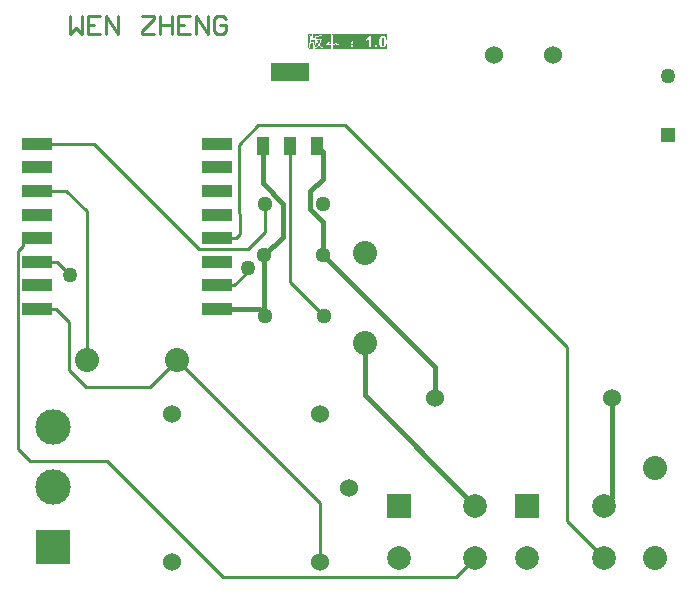
<source format=gtl>
G04 Layer_Physical_Order=1*
G04 Layer_Color=255*
%FSLAX24Y24*%
%MOIN*%
G70*
G01*
G75*
%ADD10R,0.0394X0.0591*%
%ADD11R,0.1299X0.0610*%
%ADD12R,0.0984X0.0394*%
%ADD13C,0.0150*%
%ADD14C,0.0100*%
%ADD15R,0.0500X0.0500*%
%ADD16C,0.0500*%
%ADD17C,0.1181*%
%ADD18R,0.1181X0.1181*%
%ADD19C,0.0512*%
%ADD20C,0.0787*%
%ADD21R,0.0787X0.0787*%
%ADD22C,0.0600*%
%ADD23C,0.0800*%
G36*
X13149Y18625D02*
X13154Y18624D01*
X13158Y18622D01*
X13161Y18621D01*
X13164Y18619D01*
X13166Y18618D01*
X13167Y18617D01*
X13167Y18616D01*
X13171Y18612D01*
X13174Y18607D01*
X13177Y18602D01*
X13180Y18596D01*
X13181Y18591D01*
X13183Y18586D01*
X13184Y18584D01*
X13184Y18583D01*
Y18582D01*
X13185Y18578D01*
X13186Y18571D01*
X13187Y18564D01*
X13189Y18557D01*
X13190Y18542D01*
X13190Y18526D01*
X13191Y18519D01*
Y18512D01*
X13191Y18506D01*
Y18500D01*
Y18496D01*
Y18492D01*
Y18490D01*
Y18489D01*
Y18477D01*
X13191Y18465D01*
Y18455D01*
X13190Y18445D01*
X13190Y18437D01*
X13189Y18429D01*
X13188Y18422D01*
X13187Y18415D01*
X13187Y18410D01*
X13186Y18405D01*
X13185Y18402D01*
X13185Y18398D01*
X13184Y18396D01*
Y18394D01*
X13184Y18393D01*
Y18393D01*
X13181Y18385D01*
X13179Y18379D01*
X13176Y18373D01*
X13174Y18369D01*
X13171Y18366D01*
X13169Y18364D01*
X13168Y18363D01*
X13167Y18362D01*
X13164Y18359D01*
X13160Y18357D01*
X13156Y18356D01*
X13152Y18355D01*
X13149Y18354D01*
X13146Y18354D01*
X13144D01*
X13139Y18354D01*
X13135Y18355D01*
X13131Y18357D01*
X13128Y18358D01*
X13125Y18359D01*
X13123Y18361D01*
X13121Y18362D01*
X13121Y18362D01*
X13118Y18366D01*
X13114Y18371D01*
X13111Y18377D01*
X13109Y18382D01*
X13107Y18387D01*
X13105Y18392D01*
X13105Y18394D01*
X13104Y18395D01*
X13103Y18401D01*
X13102Y18407D01*
X13101Y18414D01*
X13100Y18421D01*
X13099Y18437D01*
X13099Y18452D01*
X13098Y18459D01*
Y18467D01*
X13098Y18473D01*
Y18478D01*
Y18483D01*
Y18486D01*
Y18489D01*
Y18489D01*
Y18501D01*
X13098Y18513D01*
Y18523D01*
X13099Y18533D01*
X13099Y18541D01*
X13100Y18550D01*
X13100Y18556D01*
X13101Y18563D01*
X13102Y18569D01*
X13103Y18573D01*
X13103Y18577D01*
X13104Y18580D01*
X13104Y18582D01*
Y18585D01*
X13105Y18585D01*
Y18586D01*
X13107Y18594D01*
X13110Y18600D01*
X13112Y18605D01*
X13115Y18610D01*
X13117Y18612D01*
X13119Y18615D01*
X13120Y18616D01*
X13120Y18616D01*
X13124Y18619D01*
X13129Y18621D01*
X13133Y18623D01*
X13136Y18624D01*
X13139Y18625D01*
X13142Y18625D01*
X13144D01*
X13149Y18625D01*
D02*
G37*
G36*
X11422Y18730D02*
Y18717D01*
X11423Y18705D01*
Y18693D01*
X11423Y18683D01*
Y18673D01*
Y18664D01*
X11424Y18655D01*
Y18647D01*
Y18641D01*
Y18635D01*
Y18630D01*
Y18626D01*
Y18623D01*
Y18621D01*
Y18621D01*
X11216D01*
X11238Y18591D01*
X11248Y18594D01*
X11257Y18595D01*
X11266Y18596D01*
X11273Y18597D01*
X11280D01*
X11285Y18598D01*
X11405D01*
X11391Y18569D01*
X11375Y18540D01*
X11359Y18514D01*
X11343Y18490D01*
X11325Y18467D01*
X11308Y18446D01*
X11291Y18427D01*
X11274Y18409D01*
X11259Y18394D01*
X11244Y18380D01*
X11231Y18369D01*
X11219Y18359D01*
X11215Y18355D01*
X11211Y18352D01*
X11207Y18349D01*
X11203Y18347D01*
X11201Y18344D01*
X11199Y18343D01*
X11198Y18343D01*
X11197Y18342D01*
X11201Y18327D01*
X11229Y18342D01*
X11255Y18359D01*
X11279Y18377D01*
X11301Y18396D01*
X11321Y18415D01*
X11339Y18435D01*
X11355Y18455D01*
X11370Y18474D01*
X11383Y18492D01*
X11394Y18509D01*
X11403Y18524D01*
X11407Y18531D01*
X11410Y18537D01*
X11414Y18543D01*
X11416Y18548D01*
X11419Y18553D01*
X11420Y18556D01*
X11422Y18559D01*
X11423Y18561D01*
X11424Y18563D01*
Y18393D01*
X11302D01*
X11322Y18365D01*
X11343Y18370D01*
X11424D01*
Y18364D01*
Y18356D01*
Y18347D01*
X11423Y18338D01*
Y18328D01*
Y18317D01*
X11423Y18296D01*
Y18286D01*
X11422Y18277D01*
Y18268D01*
Y18260D01*
X11421Y18253D01*
Y18249D01*
Y18246D01*
Y18245D01*
Y18245D01*
X10659D01*
Y18743D01*
X11421D01*
X11422Y18730D01*
D02*
G37*
G36*
X13269Y18489D02*
X13269Y18509D01*
X13267Y18528D01*
X13266Y18544D01*
X13263Y18560D01*
X13260Y18574D01*
X13257Y18587D01*
X13254Y18599D01*
X13250Y18609D01*
X13247Y18618D01*
X13244Y18625D01*
X13240Y18632D01*
X13237Y18637D01*
X13235Y18641D01*
X13233Y18644D01*
X13232Y18646D01*
X13231Y18646D01*
X13225Y18654D01*
X13219Y18660D01*
X13211Y18665D01*
X13204Y18670D01*
X13197Y18674D01*
X13190Y18676D01*
X13183Y18679D01*
X13176Y18681D01*
X13169Y18683D01*
X13164Y18684D01*
X13158Y18685D01*
X13154Y18686D01*
X13150Y18686D01*
X13144D01*
X13134Y18686D01*
X13125Y18685D01*
X13115Y18682D01*
X13107Y18680D01*
X13099Y18677D01*
X13092Y18674D01*
X13086Y18670D01*
X13080Y18666D01*
X13075Y18662D01*
X13070Y18659D01*
X13066Y18656D01*
X13063Y18652D01*
X13060Y18650D01*
X13059Y18648D01*
X13058Y18647D01*
X13057Y18646D01*
X13050Y18637D01*
X13045Y18626D01*
X13040Y18614D01*
X13035Y18602D01*
X13032Y18589D01*
X13029Y18576D01*
X13027Y18563D01*
X13024Y18550D01*
X13023Y18538D01*
X13022Y18527D01*
X13021Y18516D01*
X13020Y18508D01*
X13020Y18500D01*
Y18495D01*
Y18493D01*
Y18491D01*
Y18490D01*
Y18490D01*
X13020Y18470D01*
X13022Y18452D01*
X13023Y18434D01*
X13025Y18419D01*
X13028Y18405D01*
X13030Y18392D01*
X13034Y18381D01*
X13037Y18371D01*
X13040Y18363D01*
X13043Y18355D01*
X13046Y18349D01*
X13049Y18344D01*
X13050Y18341D01*
X13052Y18338D01*
X13053Y18336D01*
X13054Y18336D01*
X13060Y18328D01*
X13068Y18322D01*
X13075Y18316D01*
X13083Y18311D01*
X13090Y18307D01*
X13098Y18303D01*
X13105Y18301D01*
X13112Y18298D01*
X13119Y18296D01*
X13125Y18295D01*
X13130Y18294D01*
X13135Y18293D01*
X13139D01*
X13142Y18293D01*
X13144D01*
X13154Y18293D01*
X13164Y18294D01*
X13173Y18297D01*
X13181Y18299D01*
X13189Y18302D01*
X13196Y18305D01*
X13202Y18309D01*
X13209Y18313D01*
X13214Y18316D01*
X13219Y18320D01*
X13222Y18323D01*
X13226Y18326D01*
X13228Y18328D01*
X13230Y18331D01*
X13231Y18332D01*
X13231Y18332D01*
X13238Y18342D01*
X13244Y18353D01*
X13249Y18364D01*
X13253Y18377D01*
X13257Y18390D01*
X13260Y18403D01*
X13262Y18416D01*
X13265Y18429D01*
X13266Y18441D01*
X13267Y18452D01*
X13268Y18463D01*
X13269Y18471D01*
X13269Y18479D01*
Y18245D01*
X11421D01*
X11468Y18259D01*
X11467Y18267D01*
Y18276D01*
X11466Y18294D01*
X11466Y18312D01*
Y18330D01*
X11465Y18338D01*
Y18346D01*
Y18353D01*
Y18358D01*
Y18363D01*
Y18367D01*
Y18369D01*
Y18370D01*
X11589D01*
X11546Y18418D01*
X11519Y18393D01*
X11465D01*
Y18598D01*
X11466D01*
X11471Y18582D01*
X11477Y18567D01*
X11483Y18552D01*
X11489Y18538D01*
X11496Y18524D01*
X11502Y18511D01*
X11516Y18486D01*
X11531Y18464D01*
X11545Y18444D01*
X11560Y18425D01*
X11574Y18410D01*
X11587Y18395D01*
X11600Y18384D01*
X11611Y18373D01*
X11621Y18365D01*
X11629Y18359D01*
X11632Y18357D01*
X11635Y18354D01*
X11637Y18353D01*
X11639Y18352D01*
X11640Y18351D01*
X11640D01*
X11642Y18355D01*
X11644Y18359D01*
X11647Y18362D01*
X11650Y18364D01*
X11658Y18369D01*
X11666Y18372D01*
X11674Y18374D01*
X11681Y18375D01*
X11683D01*
X11686Y18376D01*
X11687D01*
Y18393D01*
X11675Y18398D01*
X11663Y18403D01*
X11651Y18408D01*
X11640Y18414D01*
X11618Y18428D01*
X11599Y18444D01*
X11581Y18460D01*
X11564Y18477D01*
X11549Y18495D01*
X11536Y18512D01*
X11524Y18529D01*
X11514Y18545D01*
X11505Y18559D01*
X11499Y18572D01*
X11495Y18578D01*
X11493Y18583D01*
X11491Y18587D01*
X11489Y18591D01*
X11488Y18594D01*
X11486Y18596D01*
X11486Y18597D01*
Y18598D01*
X11675D01*
X11628Y18650D01*
X11597Y18621D01*
X11465D01*
Y18693D01*
X11486Y18713D01*
X11421Y18743D01*
X13269D01*
Y18489D01*
D02*
G37*
%LPC*%
G36*
X10777Y18741D02*
X10777Y18731D01*
Y18720D01*
X10778Y18707D01*
Y18695D01*
X10778Y18668D01*
Y18655D01*
X10779Y18642D01*
Y18629D01*
Y18617D01*
Y18607D01*
Y18598D01*
Y18590D01*
Y18585D01*
Y18582D01*
Y18581D01*
Y18580D01*
Y18580D01*
X10737D01*
Y18660D01*
X10753Y18679D01*
X10697Y18706D01*
X10697Y18696D01*
Y18686D01*
X10698Y18675D01*
X10698Y18663D01*
Y18639D01*
X10699Y18615D01*
Y18604D01*
X10699Y18594D01*
Y18585D01*
Y18576D01*
Y18570D01*
Y18565D01*
Y18561D01*
Y18561D01*
Y18560D01*
Y18543D01*
Y18525D01*
Y18509D01*
X10699Y18494D01*
X10698Y18479D01*
X10698Y18466D01*
X10697Y18454D01*
X10697Y18443D01*
X10696Y18433D01*
X10696Y18424D01*
X10695Y18416D01*
X10694Y18410D01*
X10694Y18405D01*
Y18401D01*
X10693Y18399D01*
Y18398D01*
X10690Y18374D01*
X10685Y18349D01*
X10679Y18326D01*
X10677Y18314D01*
X10674Y18303D01*
X10671Y18293D01*
X10668Y18284D01*
X10666Y18276D01*
X10664Y18269D01*
X10662Y18263D01*
X10661Y18259D01*
X10660Y18257D01*
X10659Y18256D01*
X10675Y18248D01*
X10685Y18265D01*
X10694Y18282D01*
X10702Y18299D01*
X10709Y18317D01*
X10714Y18334D01*
X10719Y18352D01*
X10724Y18368D01*
X10727Y18384D01*
X10730Y18399D01*
X10732Y18413D01*
X10733Y18425D01*
X10734Y18435D01*
X10735Y18444D01*
Y18448D01*
X10736Y18450D01*
Y18453D01*
Y18455D01*
Y18455D01*
Y18456D01*
X10799D01*
Y18286D01*
X10833Y18299D01*
X10830Y18293D01*
X10826Y18284D01*
X10822Y18277D01*
X10819Y18271D01*
X10815Y18266D01*
X10813Y18262D01*
X10812Y18260D01*
X10812Y18259D01*
X10823Y18248D01*
X10832Y18258D01*
X10840Y18268D01*
X10855Y18289D01*
X10869Y18313D01*
X10880Y18338D01*
X10890Y18363D01*
X10898Y18388D01*
X10904Y18414D01*
X10909Y18438D01*
X10913Y18462D01*
X10916Y18484D01*
X10918Y18494D01*
X10919Y18503D01*
X10919Y18513D01*
X10920Y18521D01*
X10920Y18528D01*
X10921Y18535D01*
Y18541D01*
X10921Y18546D01*
Y18550D01*
Y18553D01*
Y18554D01*
Y18555D01*
X10936D01*
X10939Y18534D01*
X10942Y18515D01*
X10946Y18498D01*
X10950Y18481D01*
X10954Y18465D01*
X10959Y18451D01*
X10963Y18438D01*
X10967Y18427D01*
X10971Y18417D01*
X10976Y18408D01*
X10979Y18400D01*
X10982Y18394D01*
X10985Y18389D01*
X10987Y18386D01*
X10988Y18384D01*
X10989Y18383D01*
X10978Y18371D01*
X10967Y18359D01*
X10956Y18348D01*
X10946Y18338D01*
X10935Y18328D01*
X10924Y18319D01*
X10914Y18311D01*
X10904Y18303D01*
X10895Y18296D01*
X10887Y18290D01*
X10880Y18285D01*
X10873Y18281D01*
X10868Y18277D01*
X10864Y18275D01*
X10862Y18273D01*
X10861Y18273D01*
X10865Y18257D01*
X10881Y18263D01*
X10897Y18271D01*
X10911Y18278D01*
X10925Y18287D01*
X10938Y18295D01*
X10950Y18303D01*
X10961Y18312D01*
X10971Y18319D01*
X10980Y18327D01*
X10988Y18334D01*
X10995Y18341D01*
X11000Y18346D01*
X11005Y18351D01*
X11007Y18354D01*
X11010Y18357D01*
X11010Y18357D01*
X11019Y18347D01*
X11027Y18337D01*
X11036Y18327D01*
X11044Y18318D01*
X11052Y18310D01*
X11061Y18303D01*
X11068Y18296D01*
X11076Y18289D01*
X11083Y18284D01*
X11089Y18279D01*
X11095Y18275D01*
X11099Y18271D01*
X11103Y18268D01*
X11106Y18267D01*
X11108Y18266D01*
X11108Y18265D01*
X11112Y18269D01*
X11116Y18273D01*
X11119Y18276D01*
X11123Y18279D01*
X11131Y18283D01*
X11138Y18284D01*
X11144Y18286D01*
X11149Y18286D01*
X11152Y18286D01*
X11153D01*
Y18302D01*
X11141Y18307D01*
X11128Y18312D01*
X11116Y18318D01*
X11105Y18325D01*
X11094Y18332D01*
X11083Y18338D01*
X11074Y18345D01*
X11066Y18352D01*
X11058Y18358D01*
X11051Y18364D01*
X11045Y18369D01*
X11040Y18374D01*
X11036Y18378D01*
X11032Y18380D01*
X11031Y18383D01*
X11030Y18383D01*
X11038Y18393D01*
X11045Y18405D01*
X11052Y18417D01*
X11058Y18430D01*
X11070Y18457D01*
X11076Y18470D01*
X11080Y18484D01*
X11085Y18496D01*
X11088Y18508D01*
X11092Y18519D01*
X11095Y18528D01*
X11097Y18535D01*
X11098Y18541D01*
X11099Y18543D01*
Y18545D01*
X11100Y18545D01*
Y18546D01*
X11123Y18558D01*
X11086Y18599D01*
X11063Y18578D01*
X10921D01*
Y18648D01*
X10933Y18650D01*
X10944Y18652D01*
X10955Y18654D01*
X10965Y18655D01*
X10974Y18657D01*
X10982Y18659D01*
X10999Y18661D01*
X11013Y18664D01*
X11025Y18665D01*
X11035Y18667D01*
X11044Y18669D01*
X11052Y18670D01*
X11057Y18670D01*
X11062Y18671D01*
X11066Y18672D01*
X11068D01*
X11070Y18672D01*
X11071D01*
X11088Y18675D01*
X11096Y18675D01*
X11102D01*
X11108Y18676D01*
X11117D01*
X11083Y18728D01*
X11075Y18722D01*
X11065Y18716D01*
X11054Y18711D01*
X11041Y18706D01*
X11027Y18701D01*
X11014Y18696D01*
X10986Y18687D01*
X10972Y18684D01*
X10959Y18680D01*
X10948Y18677D01*
X10938Y18675D01*
X10929Y18673D01*
X10925Y18672D01*
X10923Y18671D01*
X10920Y18671D01*
X10919D01*
X10918Y18670D01*
X10917D01*
X10881Y18685D01*
X10882Y18657D01*
X10883Y18644D01*
Y18631D01*
X10883Y18619D01*
Y18607D01*
Y18596D01*
X10884Y18586D01*
Y18578D01*
Y18569D01*
Y18562D01*
Y18558D01*
X10884Y18557D01*
X10884D01*
Y18558D01*
X10848Y18601D01*
X10825Y18580D01*
X10814D01*
Y18697D01*
X10831Y18715D01*
X10777Y18741D01*
D02*
G37*
%LPD*%
G36*
X11058Y18539D02*
X11054Y18524D01*
X11049Y18510D01*
X11045Y18496D01*
X11040Y18484D01*
X11035Y18472D01*
X11031Y18461D01*
X11027Y18451D01*
X11023Y18442D01*
X11019Y18434D01*
X11016Y18428D01*
X11014Y18422D01*
X11011Y18418D01*
X11010Y18414D01*
X11009Y18412D01*
X11008Y18412D01*
X11002Y18420D01*
X10997Y18431D01*
X10992Y18442D01*
X10987Y18453D01*
X10979Y18477D01*
X10971Y18500D01*
X10968Y18511D01*
X10965Y18521D01*
X10962Y18531D01*
X10960Y18539D01*
X10959Y18545D01*
X10957Y18550D01*
X10956Y18554D01*
Y18555D01*
X11062D01*
X11058Y18539D01*
D02*
G37*
G36*
X10884Y18556D02*
Y18551D01*
Y18548D01*
Y18545D01*
Y18545D01*
X10883Y18520D01*
X10881Y18495D01*
X10879Y18471D01*
X10878Y18460D01*
X10876Y18450D01*
X10875Y18440D01*
X10874Y18430D01*
X10873Y18423D01*
X10871Y18416D01*
X10870Y18410D01*
X10870Y18406D01*
X10869Y18404D01*
Y18403D01*
X10866Y18388D01*
X10863Y18374D01*
X10859Y18361D01*
X10854Y18348D01*
X10849Y18335D01*
X10845Y18323D01*
X10840Y18312D01*
X10839Y18310D01*
X10839Y18302D01*
X10833Y18299D01*
X10835Y18302D01*
X10839Y18310D01*
Y18320D01*
X10838Y18331D01*
Y18342D01*
X10838Y18366D01*
Y18390D01*
X10837Y18402D01*
Y18413D01*
Y18423D01*
Y18431D01*
Y18438D01*
Y18444D01*
Y18445D01*
Y18447D01*
Y18448D01*
Y18448D01*
X10856Y18462D01*
X10821Y18498D01*
X10800Y18479D01*
X10737D01*
Y18557D01*
X10884D01*
Y18556D01*
D02*
G37*
%LPC*%
G36*
X12760Y18686D02*
X12700D01*
X12695Y18674D01*
X12687Y18662D01*
X12680Y18651D01*
X12672Y18642D01*
X12665Y18635D01*
X12659Y18629D01*
X12657Y18627D01*
X12655Y18625D01*
X12654Y18625D01*
X12654Y18624D01*
X12641Y18615D01*
X12630Y18607D01*
X12619Y18601D01*
X12610Y18597D01*
X12602Y18594D01*
X12596Y18591D01*
X12594Y18590D01*
X12593Y18590D01*
X12592Y18589D01*
X12591D01*
Y18523D01*
X12611Y18530D01*
X12629Y18539D01*
X12637Y18543D01*
X12645Y18548D01*
X12652Y18553D01*
X12659Y18557D01*
X12665Y18561D01*
X12671Y18565D01*
X12675Y18569D01*
X12679Y18572D01*
X12682Y18575D01*
X12685Y18576D01*
X12686Y18578D01*
X12686Y18578D01*
Y18300D01*
X12760D01*
Y18686D01*
D02*
G37*
G36*
X12122Y18374D02*
X12120D01*
X12115Y18374D01*
X12111Y18373D01*
X12102Y18370D01*
X12098Y18368D01*
X12095Y18367D01*
X12093Y18366D01*
X12092Y18365D01*
X12087Y18362D01*
X12084Y18357D01*
X12081Y18352D01*
X12080Y18346D01*
X12079Y18341D01*
X12078Y18337D01*
Y18334D01*
Y18334D01*
Y18333D01*
X12079Y18325D01*
X12081Y18318D01*
X12084Y18313D01*
X12087Y18308D01*
X12090Y18305D01*
X12092Y18302D01*
X12095Y18301D01*
X12095Y18301D01*
X12101Y18298D01*
X12106Y18296D01*
X12110Y18294D01*
X12114Y18293D01*
X12116Y18292D01*
X12118Y18292D01*
X12120D01*
X12123Y18292D01*
X12127Y18293D01*
X12135Y18296D01*
X12138Y18298D01*
X12141Y18299D01*
X12143Y18300D01*
X12144Y18301D01*
X12149Y18304D01*
X12154Y18309D01*
X12156Y18315D01*
X12158Y18320D01*
X12160Y18324D01*
X12161Y18329D01*
X12161Y18331D01*
Y18332D01*
Y18340D01*
X12160Y18347D01*
X12158Y18352D01*
X12155Y18357D01*
X12153Y18360D01*
X12151Y18363D01*
X12149Y18364D01*
X12149Y18364D01*
X12143Y18368D01*
X12138Y18370D01*
X12133Y18372D01*
X12129Y18373D01*
X12125Y18374D01*
X12122Y18374D01*
D02*
G37*
G36*
X12124Y18498D02*
X12122D01*
X12118Y18497D01*
X12114Y18496D01*
X12105Y18494D01*
X12101Y18492D01*
X12099Y18490D01*
X12096Y18490D01*
X12096Y18489D01*
X12090Y18485D01*
X12086Y18481D01*
X12083Y18476D01*
X12081Y18470D01*
X12079Y18466D01*
X12079Y18462D01*
X12078Y18459D01*
Y18458D01*
X12079Y18450D01*
X12080Y18444D01*
X12082Y18438D01*
X12085Y18434D01*
X12088Y18430D01*
X12090Y18428D01*
X12092Y18426D01*
X12092Y18425D01*
X12098Y18422D01*
X12103Y18419D01*
X12107Y18418D01*
X12112Y18416D01*
X12115Y18415D01*
X12117Y18415D01*
X12120D01*
X12123Y18415D01*
X12127Y18416D01*
X12136Y18419D01*
X12140Y18420D01*
X12143Y18422D01*
X12145Y18422D01*
X12146Y18423D01*
X12152Y18427D01*
X12157Y18432D01*
X12160Y18437D01*
X12162Y18443D01*
X12163Y18448D01*
X12165Y18452D01*
Y18455D01*
Y18456D01*
X12164Y18465D01*
X12162Y18471D01*
X12160Y18478D01*
X12156Y18482D01*
X12154Y18485D01*
X12151Y18488D01*
X12149Y18489D01*
X12148Y18489D01*
X12142Y18492D01*
X12137Y18494D01*
X12132Y18495D01*
X12129Y18496D01*
X12126Y18497D01*
X12124Y18498D01*
D02*
G37*
G36*
X12960Y18374D02*
X12886D01*
Y18300D01*
X12960D01*
Y18374D01*
D02*
G37*
%LPD*%
D10*
X9136Y15000D02*
D03*
X10041D02*
D03*
X10936Y15010D02*
D03*
D11*
X10040Y17490D02*
D03*
D12*
X1630Y15086D02*
D03*
Y14298D02*
D03*
Y13511D02*
D03*
Y12724D02*
D03*
Y11936D02*
D03*
Y11149D02*
D03*
Y10361D02*
D03*
Y9574D02*
D03*
X7630Y10361D02*
D03*
Y11149D02*
D03*
Y11936D02*
D03*
Y12724D02*
D03*
Y13511D02*
D03*
Y14298D02*
D03*
Y15086D02*
D03*
X7614Y9574D02*
D03*
D13*
X20519Y2890D02*
Y3040D01*
X20779Y3299D01*
X20499Y3020D02*
X20519Y3040D01*
X20779Y3299D02*
Y6600D01*
X9190Y9390D02*
X9230Y9350D01*
X9006Y9574D02*
X9190Y9390D01*
X7614Y9574D02*
X9006D01*
X9190Y9390D02*
Y11360D01*
X9816Y11986D01*
Y13084D01*
X9136Y13764D02*
X9816Y13084D01*
X9136Y13764D02*
Y15000D01*
X10936Y15010D02*
X11140Y14807D01*
Y13922D02*
Y14807D01*
X10729Y13511D02*
X11140Y13922D01*
X10729Y12902D02*
Y13511D01*
Y12902D02*
X11140Y12491D01*
Y11360D02*
Y12491D01*
X12540Y6699D02*
X16229Y3010D01*
X12540Y6699D02*
Y8430D01*
X11140Y11360D02*
X14873Y7627D01*
Y6600D02*
Y7627D01*
D14*
X8191Y10361D02*
X8640Y10810D01*
Y10930D01*
X8660Y11580D02*
X9229Y12149D01*
X7030Y11580D02*
X8660D01*
X9229Y12149D02*
Y12874D01*
X8337Y12780D02*
Y15047D01*
Y12780D02*
X8390Y12727D01*
Y12080D02*
Y12727D01*
X8246Y11936D02*
X8390Y12080D01*
X8337Y15047D02*
X8990Y15700D01*
X9210Y12874D02*
X9229D01*
X9210D02*
Y13080D01*
X10041Y10489D02*
Y15000D01*
X1150Y11670D02*
Y11936D01*
X1630Y11149D02*
X2271D01*
X2720Y10700D01*
X1630Y15086D02*
X3524D01*
X7030Y11580D01*
X7630Y10361D02*
X8191D01*
X1630Y13511D02*
X2590D01*
X3270Y12831D01*
Y7880D02*
Y12831D01*
X7630Y11936D02*
X8246D01*
X8990Y15700D02*
X11890D01*
X19290Y8300D01*
Y2497D02*
Y8300D01*
Y2497D02*
X20499Y1288D01*
X1150Y11936D02*
X1630D01*
X980Y11500D02*
X1150Y11670D01*
X980Y4910D02*
Y11500D01*
Y4910D02*
X1390Y4500D01*
X3960D01*
X7830Y630D01*
X15581D01*
X16229Y1278D01*
X6270Y7880D02*
X11036Y3114D01*
Y1159D02*
Y3114D01*
X5380Y6990D02*
X6270Y7880D01*
X3245Y6990D02*
X5380D01*
X2695Y7540D02*
X3245Y6990D01*
X2695Y7540D02*
Y9140D01*
X2261Y9574D02*
X2695Y9140D01*
X1630Y9574D02*
X2261D01*
X10041Y10489D02*
X11180Y9350D01*
X2700Y19350D02*
Y18750D01*
X2900Y18950D01*
X3100Y18750D01*
Y19350D01*
X3700D02*
X3300D01*
Y18750D01*
X3700D01*
X3300Y19050D02*
X3500D01*
X3900Y18750D02*
Y19350D01*
X4299Y18750D01*
Y19350D01*
X5099D02*
X5499D01*
Y19250D01*
X5099Y18850D01*
Y18750D01*
X5499D01*
X5699Y19350D02*
Y18750D01*
Y19050D01*
X6099D01*
Y19350D01*
Y18750D01*
X6699Y19350D02*
X6299D01*
Y18750D01*
X6699D01*
X6299Y19050D02*
X6499D01*
X6899Y18750D02*
Y19350D01*
X7299Y18750D01*
Y19350D01*
X7898Y19250D02*
X7798Y19350D01*
X7598D01*
X7498Y19250D01*
Y18850D01*
X7598Y18750D01*
X7798D01*
X7898Y18850D01*
Y19050D01*
X7698D01*
D15*
X22640Y15360D02*
D03*
D16*
Y17328D02*
D03*
X8640Y10930D02*
D03*
X2720Y10700D02*
D03*
D17*
X2140Y5640D02*
D03*
Y3640D02*
D03*
D18*
Y1640D02*
D03*
D19*
X9210Y13080D02*
D03*
X11160D02*
D03*
X9230Y9350D02*
D03*
X11180D02*
D03*
X11140Y11360D02*
D03*
X9190D02*
D03*
D20*
X17940Y1288D02*
D03*
X20499D02*
D03*
Y3020D02*
D03*
X16229Y3010D02*
D03*
Y1278D02*
D03*
X13670D02*
D03*
D21*
X17940Y3020D02*
D03*
X13670Y3010D02*
D03*
D22*
X14873Y6600D02*
D03*
X20779D02*
D03*
X16841Y18050D02*
D03*
X18810D02*
D03*
X12020Y3620D02*
D03*
X11036Y1159D02*
D03*
X6114D02*
D03*
Y6081D02*
D03*
X11036D02*
D03*
D23*
X22210Y4260D02*
D03*
Y1260D02*
D03*
X12540Y8430D02*
D03*
Y11430D02*
D03*
X6270Y7880D02*
D03*
X3270D02*
D03*
M02*

</source>
